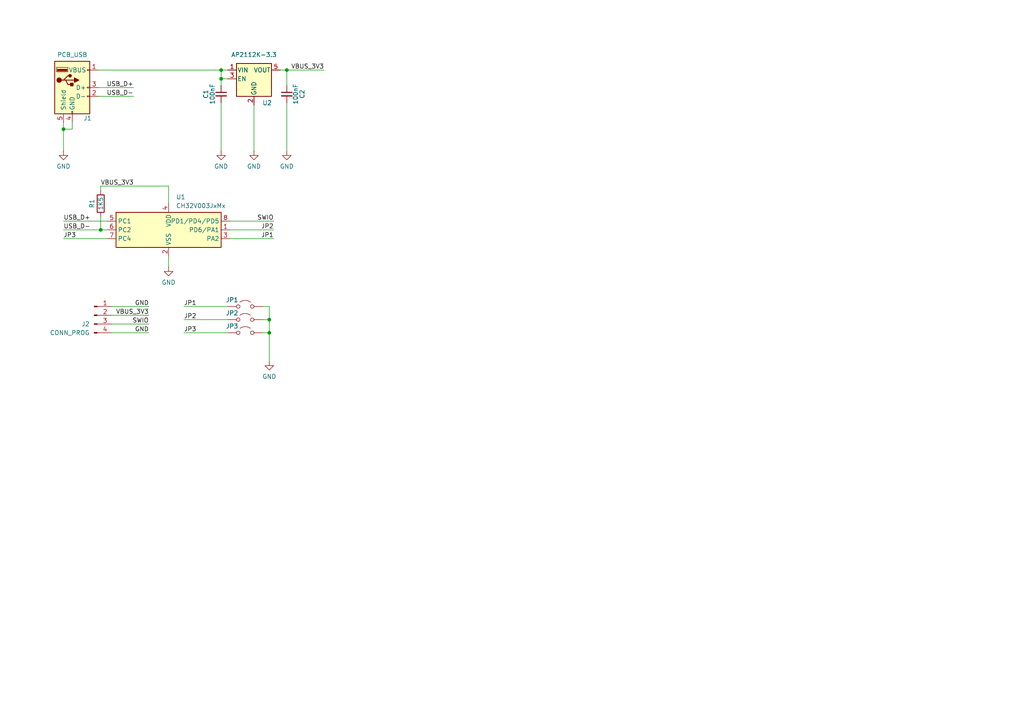
<source format=kicad_sch>
(kicad_sch (version 20250114) (generator "eeschema") (generator_version "9.0")
  (paper "A4")
  (title_block (title "Insomniac Mouse") (date "2026-02-14") (rev "MkII") (company "ADBeta") (comment 1 "A Simple CH32V003 HID Mouse Device that moves randomly on the screen") (comment 2 "USB-A Built in to the PCB. SOP-8 Flip-Chip for compact size"))
  (lib_symbols
    (symbol "Connector:Conn_01x04_Pin" (pin_names (offset 1.016) (hide yes))
      (property "Reference" "J" (at 0 5.08 0))
      (property "Value" "Conn_01x04_Pin" (at 0 -7.62 0))
      (symbol "Conn_01x04_Pin_1_1"
        (rectangle (start 0.8636 2.667) (end 0 2.413) (stroke (width 0.1524)) (fill (type outline)))
        (rectangle (start 0.8636 0.127) (end 0 -0.127) (stroke (width 0.1524)) (fill (type outline)))
        (rectangle (start 0.8636 -2.413) (end 0 -2.667) (stroke (width 0.1524)) (fill (type outline)))
        (rectangle (start 0.8636 -4.953) (end 0 -5.207) (stroke (width 0.1524)) (fill (type outline)))
        (polyline (pts (xy 1.27 2.54) (xy 0.8636 2.54)) (stroke (width 0.1524)))
        (polyline (pts (xy 1.27 0) (xy 0.8636 0)) (stroke (width 0.1524)))
        (polyline (pts (xy 1.27 -2.54) (xy 0.8636 -2.54)) (stroke (width 0.1524)))
        (polyline (pts (xy 1.27 -5.08) (xy 0.8636 -5.08)) (stroke (width 0.1524)))
        (pin passive line (at 5.08 2.54 180) (length 3.81) (name "Pin_1") (number "1"))
        (pin passive line (at 5.08 0 180) (length 3.81) (name "Pin_2") (number "2"))
        (pin passive line (at 5.08 -2.54 180) (length 3.81) (name "Pin_3") (number "3"))
        (pin passive line (at 5.08 -5.08 180) (length 3.81) (name "Pin_4") (number "4"))
      )
    )
    (symbol "Connector:USB_A" (pin_names (offset 1.016))
      (property "Reference" "J" (at -5.08 11.43 0))
      (property "Value" "USB_A" (at -5.08 8.89 0))
      (symbol "USB_A_0_1"
        (rectangle (start -5.08 -7.62) (end 5.08 7.62) (stroke (width 0.254)) (fill (type background)))
        (circle (center -3.81 2.159) (radius 0.635) (stroke (width 0.254)) (fill (type outline)))
        (polyline (pts (xy -3.175 2.159) (xy -2.54 2.159) (xy -1.27 3.429) (xy -0.635 3.429)) (stroke (width 0.254)))
        (polyline (pts (xy -2.54 2.159) (xy -1.905 2.159) (xy -1.27 0.889) (xy 0 0.889)) (stroke (width 0.254)))
        (rectangle (start -1.524 4.826) (end -4.318 5.334) (fill (type outline)))
        (rectangle (start -1.27 4.572) (end -4.572 5.842))
        (circle (center -0.635 3.429) (radius 0.381) (stroke (width 0.254)) (fill (type outline)))
        (rectangle (start -0.127 -7.62) (end 0.127 -6.858))
        (rectangle (start 0.254 1.27) (end -0.508 0.508) (stroke (width 0.254)) (fill (type outline)))
        (polyline (pts (xy 0.635 2.794) (xy 0.635 1.524) (xy 1.905 2.159) (xy 0.635 2.794)) (stroke (width 0.254)) (fill (type outline)))
        (rectangle (start 5.08 4.953) (end 4.318 5.207))
        (rectangle (start 5.08 -0.127) (end 4.318 0.127))
        (rectangle (start 5.08 -2.667) (end 4.318 -2.413))
      )
      (symbol "USB_A_1_1"
        (polyline (pts (xy -1.905 2.159) (xy 0.635 2.159)) (stroke (width 0.254)))
        (pin passive line (at -2.54 -10.16 90) (length 2.54) (name "Shield") (number "5"))
        (pin power_in line (at 0 -10.16 90) (length 2.54) (name "GND") (number "4"))
        (pin power_in line (at 7.62 5.08 180) (length 2.54) (name "VBUS") (number "1"))
        (pin bidirectional line (at 7.62 0 180) (length 2.54) (name "D+") (number "3"))
        (pin bidirectional line (at 7.62 -2.54 180) (length 2.54) (name "D-") (number "2"))
      )
    )
    (symbol "Device:C_Small" (pin_numbers (hide yes)) (pin_names (offset 0.254) (hide yes))
      (property "Reference" "C" (at 0.254 1.778 0))
      (property "Value" "C_Small" (at 0.254 -2.032 0))
      (symbol "C_Small_0_1"
        (polyline (pts (xy -1.524 0.508) (xy 1.524 0.508)) (stroke (width 0.3048)))
        (polyline (pts (xy -1.524 -0.508) (xy 1.524 -0.508)) (stroke (width 0.3302)))
      )
      (symbol "C_Small_1_1"
        (pin passive line (at 0 2.54 270) (length 2.032) (name "~") (number "1"))
        (pin passive line (at 0 -2.54 90) (length 2.032) (name "~") (number "2"))
      )
    )
    (symbol "Device:R" (pin_numbers (hide yes)) (pin_names (offset 0))
      (property "Reference" "R" (at 2.032 0 90))
      (property "Value" "R" (at 0 0 90))
      (symbol "R_0_1"
        (rectangle (start -1.016 -2.54) (end 1.016 2.54) (stroke (width 0.254)))
      )
      (symbol "R_1_1"
        (pin passive line (at 0 3.81 270) (length 1.27) (name "~") (number "1"))
        (pin passive line (at 0 -3.81 90) (length 1.27) (name "~") (number "2"))
      )
    )
    (symbol "Jumper:Jumper_2_Open" (pin_numbers (hide yes)) (pin_names (offset 0) (hide yes)) (exclude_from_sim yes)
      (property "Reference" "JP" (at 0 2.794 0))
      (property "Value" "Jumper_2_Open" (at 0 -2.286 0))
      (symbol "Jumper_2_Open_0_0"
        (circle (center -2.032 0) (radius 0.508))
        (circle (center 2.032 0) (radius 0.508))
      )
      (symbol "Jumper_2_Open_0_1"
        (arc (start -1.524 1.27) (mid 0 1.778) (end 1.524 1.27))
      )
      (symbol "Jumper_2_Open_1_1"
        (pin passive line (at -5.08 0 0) (length 2.54) (name "A") (number "1"))
        (pin passive line (at 5.08 0 180) (length 2.54) (name "B") (number "2"))
      )
    )
    (symbol "MCU_WCH_RiscV:CH32V003JxMx"
      (property "Reference" "U" (at -15.24 7.62 0))
      (property "Value" "CH32V003JxMx" (at 15.24 7.62 0))
      (symbol "CH32V003JxMx_1_1"
        (rectangle (start -15.24 5.08) (end 15.24 -5.08) (stroke (width 0.254)) (fill (type background)))
        (pin bidirectional line (at -17.78 2.54 0) (length 2.54) (name "PC1") (number "5"))
        (pin bidirectional line (at -17.78 0 0) (length 2.54) (name "PC2") (number "6"))
        (pin bidirectional line (at -17.78 -2.54 0) (length 2.54) (name "PC4") (number "7"))
        (pin power_in line (at 0 7.62 270) (length 2.54) (name "VDD") (number "4"))
        (pin power_in line (at 0 -7.62 90) (length 2.54) (name "VSS") (number "2"))
        (pin bidirectional line (at 17.78 2.54 180) (length 2.54) (name "PD1/PD4/PD5") (number "8"))
        (pin bidirectional line (at 17.78 0 180) (length 2.54) (name "PD6/PA1") (number "1"))
        (pin bidirectional line (at 17.78 -2.54 180) (length 2.54) (name "PA2") (number "3"))
      )
    )
    (symbol "Regulator_Linear:AP2112K-3.3" (pin_names (offset 0.254))
      (property "Reference" "U" (at -5.08 5.715 0))
      (property "Value" "AP2112K-3.3" (at 0 5.715 0))
      (symbol "AP2112K-3.3_0_1"
        (rectangle (start -5.08 4.445) (end 5.08 -5.08) (stroke (width 0.254)) (fill (type background)))
      )
      (symbol "AP2112K-3.3_1_1"
        (pin power_in line (at -7.62 2.54 0) (length 2.54) (name "VIN") (number "1"))
        (pin input line (at -7.62 0 0) (length 2.54) (name "EN") (number "3"))
        (pin power_in line (at 0 -7.62 90) (length 2.54) (name "GND") (number "2"))
        (pin no_connect line (at 5.08 0 180) (length 2.54) (hide yes) (name "NC") (number "4"))
        (pin power_out line (at 7.62 2.54 180) (length 2.54) (name "VOUT") (number "5"))
      )
    )
    (symbol "power:GND" (power) (pin_numbers (hide yes)) (pin_names (offset 0) (hide yes))
      (property "Value" "GND" (at 0 -3.81 0))
      (symbol "GND_0_1"
        (polyline (pts (xy 0 0) (xy 0 -1.27) (xy 1.27 -1.27) (xy 0 -2.54) (xy -1.27 -1.27) (xy 0 -1.27)))
      )
      (symbol "GND_1_1"
        (pin power_in line (at 0 0 270) (length 0) (name "~") (number "1"))
      )
    )
  )
  (junction (at 64.135 20.32))
  (junction (at 78.105 96.52))
  (junction (at 83.185 20.32))
  (junction (at 64.135 22.86))
  (junction (at 29.21 66.675))
  (junction (at 78.105 92.71))
  (junction (at 18.415 37.465))
  (wire (pts (xy 83.185 20.32) (xy 83.185 24.765)))
  (wire (pts (xy 76.2 88.9) (xy 78.105 88.9)))
  (wire (pts (xy 53.34 88.9) (xy 66.04 88.9)))
  (wire (pts (xy 66.675 69.215) (xy 79.375 69.215)))
  (wire (pts (xy 18.415 35.56) (xy 18.415 37.465)))
  (wire (pts (xy 18.415 64.135) (xy 31.115 64.135)))
  (wire (pts (xy 73.66 30.48) (xy 73.66 43.815)))
  (wire (pts (xy 32.385 88.9) (xy 43.18 88.9)))
  (wire (pts (xy 18.415 69.215) (xy 31.115 69.215)))
  (wire (pts (xy 48.895 53.975) (xy 48.895 59.055)))
  (wire (pts (xy 66.675 64.135) (xy 79.375 64.135)))
  (wire (pts (xy 83.185 29.845) (xy 83.185 43.815)))
  (wire (pts (xy 18.415 37.465) (xy 20.955 37.465)))
  (wire (pts (xy 29.21 66.675) (xy 31.115 66.675)))
  (wire (pts (xy 28.575 20.32) (xy 64.135 20.32)))
  (wire (pts (xy 28.575 27.94) (xy 38.735 27.94)))
  (wire (pts (xy 83.185 20.32) (xy 93.98 20.32)))
  (wire (pts (xy 28.575 25.4) (xy 38.735 25.4)))
  (wire (pts (xy 78.105 92.71) (xy 78.105 96.52)))
  (wire (pts (xy 66.04 20.32) (xy 64.135 20.32)))
  (wire (pts (xy 78.105 96.52) (xy 76.2 96.52)))
  (wire (pts (xy 29.21 53.975) (xy 48.895 53.975)))
  (wire (pts (xy 18.415 66.675) (xy 29.21 66.675)))
  (wire (pts (xy 64.135 22.86) (xy 66.04 22.86)))
  (wire (pts (xy 48.895 74.295) (xy 48.895 77.47)))
  (wire (pts (xy 66.675 66.675) (xy 79.375 66.675)))
  (wire (pts (xy 29.21 62.865) (xy 29.21 66.675)))
  (wire (pts (xy 64.135 22.86) (xy 64.135 24.765)))
  (wire (pts (xy 29.21 53.975) (xy 29.21 55.245)))
  (wire (pts (xy 32.385 96.52) (xy 43.18 96.52)))
  (wire (pts (xy 78.105 88.9) (xy 78.105 92.71)))
  (wire (pts (xy 64.135 20.32) (xy 64.135 22.86)))
  (wire (pts (xy 32.385 91.44) (xy 43.18 91.44)))
  (wire (pts (xy 81.28 20.32) (xy 83.185 20.32)))
  (wire (pts (xy 64.135 29.845) (xy 64.135 43.815)))
  (wire (pts (xy 32.385 93.98) (xy 43.18 93.98)))
  (wire (pts (xy 53.34 92.71) (xy 66.04 92.71)))
  (wire (pts (xy 18.415 37.465) (xy 18.415 43.815)))
  (wire (pts (xy 53.34 96.52) (xy 66.04 96.52)))
  (wire (pts (xy 76.2 92.71) (xy 78.105 92.71)))
  (wire (pts (xy 78.105 96.52) (xy 78.105 104.775)))
  (wire (pts (xy 20.955 35.56) (xy 20.955 37.465)))
  (label "SWIO" (at 79.375 64.135 180))
  (label "VBUS_3V3" (at 43.18 91.44 180))
  (label "VBUS_3V3" (at 29.21 53.975 0))
  (label "JP1" (at 53.34 88.9 0))
  (label "USB_D-" (at 38.735 27.94 180))
  (label "VBUS_3V3" (at 93.98 20.32 180))
  (label "JP3" (at 53.34 96.52 0))
  (label "JP2" (at 53.34 92.71 0))
  (label "JP3" (at 18.415 69.215 0))
  (label "GND" (at 43.18 96.52 180))
  (label "USB_D+" (at 38.735 25.4 180))
  (label "JP2" (at 79.375 66.675 180))
  (label "USB_D-" (at 18.415 66.675 0))
  (label "GND" (at 43.18 88.9 180))
  (label "USB_D+" (at 18.415 64.135 0))
  (label "JP1" (at 79.375 69.215 180))
  (label "SWIO" (at 43.18 93.98 180))
  (symbol (lib_id "power:GND") (at 78.105 104.775 0) (unit 1)
    (property "Reference" "#PWR06" (effects (hide yes)))
    (property "Value" "GND" (at 78.105 109.22 0))
    (property "Description" "Power symbol creates a global label with name \"GND\" , ground" (effects (hide yes)))
  )
  (symbol (lib_id "Device:C_Small") (at 83.185 27.305 0) (unit 1)
    (property "Reference" "C2" (at 87.63 27.305 90))
    (property "Value" "100nF" (at 85.725 27.305 90))
    (property "Footprint" "Capacitor_SMD:C_0603_1608Metric_Pad1.08x0.95mm_HandSolder" (effects (hide yes)))
    (property "Description" "Unpolarized capacitor, small symbol" (effects (hide yes)))
  )
  (symbol (lib_id "Jumper:Jumper_2_Open") (at 71.12 92.71 0) (unit 1) (exclude_from_sim yes)
    (property "Reference" "JP2" (at 67.31 90.805 0))
    (property "Value" "JP2" (at 67.31 90.805 0))
    (property "Footprint" "Jumper:SolderJumper-2_P1.3mm_Open_RoundedPad1.0x1.5mm" (effects (hide yes)))
    (property "Description" "Jumper, 2-pole, open" (effects (hide yes)))
  )
  (symbol (lib_id "power:GND") (at 83.185 43.815 0) (unit 1)
    (property "Reference" "#PWR05" (effects (hide yes)))
    (property "Value" "GND" (at 83.185 48.26 0))
    (property "Description" "Power symbol creates a global label with name \"GND\" , ground" (effects (hide yes)))
  )
  (symbol (lib_id "Device:C_Small") (at 64.135 27.305 0) (unit 1)
    (property "Reference" "C1" (at 59.69 27.305 90))
    (property "Value" "100nF" (at 61.595 27.305 90))
    (property "Footprint" "Capacitor_SMD:C_0603_1608Metric_Pad1.08x0.95mm_HandSolder" (effects (hide yes)))
    (property "Description" "Unpolarized capacitor, small symbol" (effects (hide yes)))
  )
  (symbol (lib_id "power:GND") (at 73.66 43.815 0) (unit 1)
    (property "Reference" "#PWR03" (effects (hide yes)))
    (property "Value" "GND" (at 73.66 48.26 0))
    (property "Description" "Power symbol creates a global label with name \"GND\" , ground" (effects (hide yes)))
  )
  (symbol (lib_id "power:GND") (at 18.415 43.815 0) (unit 1)
    (property "Reference" "#PWR01" (effects (hide yes)))
    (property "Value" "GND" (at 18.415 48.26 0))
    (property "Description" "Power symbol creates a global label with name \"GND\" , ground" (effects (hide yes)))
  )
  (symbol (lib_id "power:GND") (at 64.135 43.815 0) (unit 1)
    (property "Reference" "#PWR04" (effects (hide yes)))
    (property "Value" "GND" (at 64.135 48.26 0))
    (property "Description" "Power symbol creates a global label with name \"GND\" , ground" (effects (hide yes)))
  )
  (symbol (lib_id "Device:R") (at 29.21 59.055 180) (unit 1)
    (property "Reference" "R1" (at 26.67 59.055 90))
    (property "Value" "1K5" (at 29.21 59.055 90))
    (property "Footprint" "Resistor_SMD:R_0603_1608Metric_Pad0.98x0.95mm_HandSolder" (effects (hide yes)))
    (property "Description" "Resistor" (effects (hide yes)))
  )
  (symbol (lib_id "MCU_WCH_RiscV:CH32V003JxMx") (at 48.895 66.675 0) (unit 1)
    (property "Reference" "U1" (at 51.0383 57.15 0) (effects (justify left)))
    (property "Value" "CH32V003JxMx" (at 51.0383 59.69 0) (effects (justify left)))
    (property "Footprint" "Package_SO:JEITA_SOIC-8_3.9x4.9mm_P1.27mm" (effects (hide yes)))
    (property "Datasheet" "https://www.wch-ic.com/products/CH32V003.html" (effects (hide yes)))
    (property "Description" "CH32V003 series are industrial-grade general-purpose microcontrollers designed based on 32-bit RISC-V instruction set and architecture. It adopts QingKe V2A core, RV32EC instruction set, and supports 2 levels of interrupt nesting. The series are mounted with rich peripheral interfaces and function modules. Its internal organizational structure meets the low-cost and low-power embedded application scenarios. JEITA SOIC-8 (SOP-8)" (effects (hide yes)))
  )
  (symbol (lib_id "Jumper:Jumper_2_Open") (at 71.12 88.9 0) (unit 1) (exclude_from_sim yes)
    (property "Reference" "JP1" (at 67.31 86.995 0))
    (property "Value" "JP1" (at 67.31 86.995 0))
    (property "Footprint" "Jumper:SolderJumper-2_P1.3mm_Open_RoundedPad1.0x1.5mm" (effects (hide yes)))
    (property "Description" "Jumper, 2-pole, open" (effects (hide yes)))
  )
  (symbol (lib_id "Connector:Conn_01x04_Pin") (at 27.305 91.44 0) (unit 1)
    (property "Reference" "J2" (at 26.035 93.98 0) (effects (justify right)))
    (property "Value" "CONN_PROG" (at 26.035 96.52 0) (effects (justify right)))
    (property "Footprint" "Footprints:Program_Conn" (effects (hide yes)))
    (property "Description" "Generic connector, single row, 01x04, script generated" (effects (hide yes)))
  )
  (symbol (lib_id "Regulator_Linear:AP2112K-3.3") (at 73.66 22.86 0) (unit 1)
    (property "Reference" "U2" (at 77.47 29.845 0))
    (property "Value" "AP2112K-3.3" (at 73.66 15.875 0))
    (property "Footprint" "Package_TO_SOT_SMD:SOT-23-5" (effects (hide yes)))
    (property "Datasheet" "https://www.diodes.com/assets/Datasheets/AP2112.pdf" (effects (hide yes)))
    (property "Description" "600mA low dropout linear regulator, with enable pin, 3.8V-6V input voltage range, 3.3V fixed positive output, SOT-23-5" (effects (hide yes)))
  )
  (symbol (lib_id "Jumper:Jumper_2_Open") (at 71.12 96.52 0) (unit 1) (exclude_from_sim yes)
    (property "Reference" "JP3" (at 67.31 94.615 0))
    (property "Value" "JP3" (at 67.31 94.615 0))
    (property "Footprint" "Jumper:SolderJumper-2_P1.3mm_Open_RoundedPad1.0x1.5mm" (effects (hide yes)))
    (property "Description" "Jumper, 2-pole, open" (effects (hide yes)))
  )
  (symbol (lib_id "Connector:USB_A") (at 20.955 25.4 0) (unit 1)
    (property "Reference" "J1" (at 25.4 34.29 0))
    (property "Value" "PCB_USB" (at 20.955 15.875 0))
    (property "Footprint" "Footprints:PCB_USB_A" (effects (hide yes)))
    (property "Description" "USB Type A connector" (effects (hide yes)))
  )
  (symbol (lib_id "power:GND") (at 48.895 77.47 0) (unit 1)
    (property "Reference" "#PWR02" (effects (hide yes)))
    (property "Value" "GND" (at 48.895 81.915 0))
    (property "Description" "Power symbol creates a global label with name \"GND\" , ground" (effects (hide yes)))
  )
)
</source>
